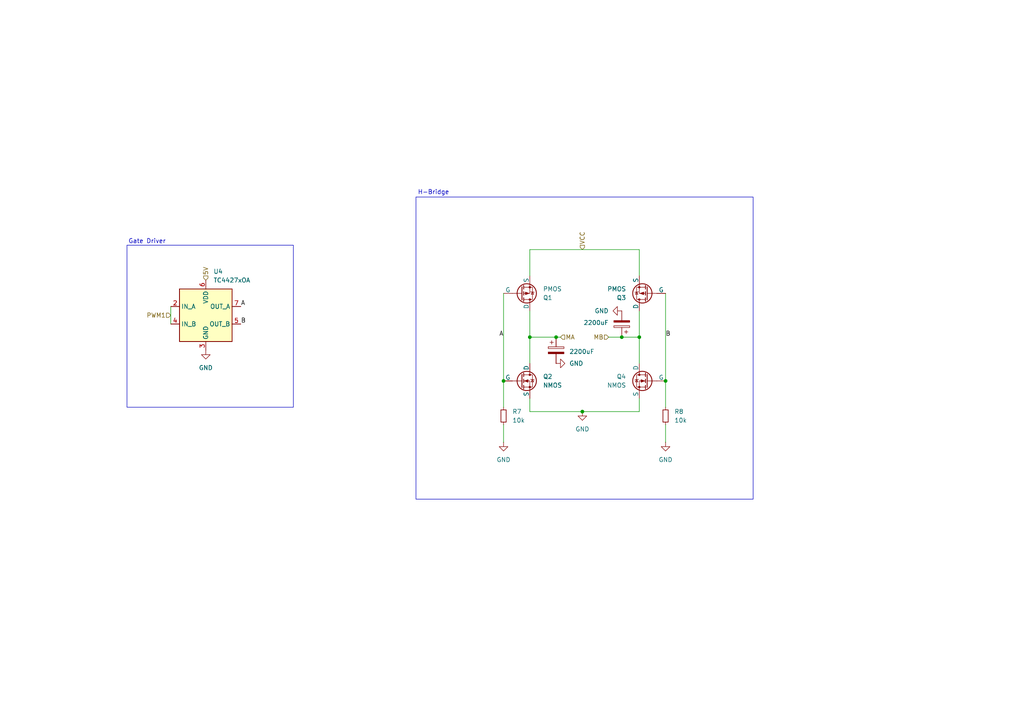
<source format=kicad_sch>
(kicad_sch (version 20231120) (generator "eeschema") (generator_version "8.0")
  (paper "A4")
  (lib_symbols
    (symbol "Device:C_Polarized" (pin_numbers hide) (pin_names (offset 0.254))
      (property "Reference" "C" (at 0.635 2.54 0))
      (property "Value" "C_Polarized" (at 0.635 -2.54 0))
      (symbol "C_Polarized_0_1"
        (rectangle (start -2.286 0.508) (end 2.286 1.016))
        (polyline (pts (xy -1.778 2.286) (xy -0.762 2.286)))
        (polyline (pts (xy -1.27 2.794) (xy -1.27 1.778)))
        (rectangle (start 2.286 -0.508) (end -2.286 -1.016) (fill (type outline)))
      )
      (symbol "C_Polarized_1_1"
        (pin passive line (at 0 3.81 270) (length 2.794) (name "~") (number "1"))
        (pin passive line (at 0 -3.81 90) (length 2.794) (name "~") (number "2"))
      )
    )
    (symbol "Device:R_Small" (pin_numbers hide) (pin_names (offset 0.254) hide)
      (property "Reference" "R" (at 0.762 0.508 0))
      (property "Value" "R_Small" (at 0.762 -1.016 0))
      (symbol "R_Small_0_1"
        (rectangle (start -0.762 1.778) (end 0.762 -1.778) (stroke (width 0.2032)))
      )
      (symbol "R_Small_1_1"
        (pin passive line (at 0 2.54 270) (length 0.762) (name "~") (number "1"))
        (pin passive line (at 0 -2.54 90) (length 0.762) (name "~") (number "2"))
      )
    )
    (symbol "Driver_FET:TC4427xOA"
      (property "Reference" "U" (at -7.62 8.89 0))
      (property "Value" "TC4427xOA" (at 1.27 8.89 0))
      (symbol "TC4427xOA_0_1"
        (rectangle (start -7.62 -7.62) (end 7.62 7.62) (stroke (width 0.254)) (fill (type background)))
      )
      (symbol "TC4427xOA_1_1"
        (pin no_connect line (at -7.62 0 0) (length 2.54) hide (name "NC") (number "1"))
        (pin input line (at -10.16 2.54 0) (length 2.54) (name "IN_A") (number "2"))
        (pin power_in line (at 0 -10.16 90) (length 2.54) (name "GND") (number "3"))
        (pin input line (at -10.16 -2.54 0) (length 2.54) (name "IN_B") (number "4"))
        (pin output line (at 10.16 -2.54 180) (length 2.54) (name "OUT_B") (number "5"))
        (pin power_in line (at 0 10.16 270) (length 2.54) (name "VDD") (number "6"))
        (pin output line (at 10.16 2.54 180) (length 2.54) (name "OUT_A") (number "7"))
        (pin no_connect line (at 7.62 0 180) (length 2.54) hide (name "NC") (number "8"))
      )
    )
    (symbol "Simulation_SPICE:NMOS" (pin_numbers hide) (pin_names (offset 0))
      (property "Reference" "Q" (at 5.08 1.27 0))
      (property "Value" "NMOS" (at 5.08 -1.27 0))
      (symbol "NMOS_0_1"
        (polyline (pts (xy 0.254 0) (xy -2.54 0)))
        (polyline (pts (xy 0.254 1.905) (xy 0.254 -1.905)) (stroke (width 0.254)))
        (polyline (pts (xy 0.762 -1.27) (xy 0.762 -2.286)) (stroke (width 0.254)))
        (polyline (pts (xy 0.762 0.508) (xy 0.762 -0.508)) (stroke (width 0.254)))
        (polyline (pts (xy 0.762 2.286) (xy 0.762 1.27)) (stroke (width 0.254)))
        (polyline (pts (xy 2.54 2.54) (xy 2.54 1.778)))
        (polyline (pts (xy 2.54 -2.54) (xy 2.54 0) (xy 0.762 0)))
        (polyline (pts (xy 0.762 -1.778) (xy 3.302 -1.778) (xy 3.302 1.778) (xy 0.762 1.778)))
        (polyline (pts (xy 1.016 0) (xy 2.032 0.381) (xy 2.032 -0.381) (xy 1.016 0)) (fill (type outline)))
        (polyline (pts (xy 2.794 0.508) (xy 2.921 0.381) (xy 3.683 0.381) (xy 3.81 0.254)))
        (polyline (pts (xy 3.302 0.381) (xy 2.921 -0.254) (xy 3.683 -0.254) (xy 3.302 0.381)))
        (circle (center 1.651 0) (radius 2.794) (stroke (width 0.254)))
        (circle (center 2.54 -1.778) (radius 0.254) (fill (type outline)))
        (circle (center 2.54 1.778) (radius 0.254) (fill (type outline)))
      )
      (symbol "NMOS_1_1"
        (pin passive line (at 2.54 5.08 270) (length 2.54) (name "D") (number "1"))
        (pin input line (at -5.08 0 0) (length 2.54) (name "G") (number "2"))
        (pin passive line (at 2.54 -5.08 90) (length 2.54) (name "S") (number "3"))
      )
    )
    (symbol "Simulation_SPICE:PMOS" (pin_numbers hide) (pin_names (offset 0))
      (property "Reference" "Q" (at 5.08 1.27 0))
      (property "Value" "PMOS" (at 5.08 -1.27 0))
      (symbol "PMOS_0_1"
        (polyline (pts (xy 0.254 0) (xy -2.54 0)))
        (polyline (pts (xy 0.254 1.905) (xy 0.254 -1.905)) (stroke (width 0.254)))
        (polyline (pts (xy 0.762 -1.27) (xy 0.762 -2.286)) (stroke (width 0.254)))
        (polyline (pts (xy 0.762 0.508) (xy 0.762 -0.508)) (stroke (width 0.254)))
        (polyline (pts (xy 0.762 2.286) (xy 0.762 1.27)) (stroke (width 0.254)))
        (polyline (pts (xy 2.54 2.54) (xy 2.54 1.778)))
        (polyline (pts (xy 2.54 -2.54) (xy 2.54 0) (xy 0.762 0)))
        (polyline (pts (xy 0.762 1.778) (xy 3.302 1.778) (xy 3.302 -1.778) (xy 0.762 -1.778)))
        (polyline (pts (xy 2.286 0) (xy 1.27 0.381) (xy 1.27 -0.381) (xy 2.286 0)) (fill (type outline)))
        (polyline (pts (xy 2.794 -0.508) (xy 2.921 -0.381) (xy 3.683 -0.381) (xy 3.81 -0.254)))
        (polyline (pts (xy 3.302 -0.381) (xy 2.921 0.254) (xy 3.683 0.254) (xy 3.302 -0.381)))
        (circle (center 1.651 0) (radius 2.794) (stroke (width 0.254)))
        (circle (center 2.54 -1.778) (radius 0.254) (fill (type outline)))
        (circle (center 2.54 1.778) (radius 0.254) (fill (type outline)))
      )
      (symbol "PMOS_1_1"
        (pin passive line (at 2.54 5.08 270) (length 2.54) (name "D") (number "1"))
        (pin input line (at -5.08 0 0) (length 2.54) (name "G") (number "2"))
        (pin passive line (at 2.54 -5.08 90) (length 2.54) (name "S") (number "3"))
      )
    )
    (symbol "power:GND" (power) (pin_numbers hide) (pin_names (offset 0) hide)
      (property "Value" "GND" (at 0 -3.81 0))
      (symbol "GND_0_1"
        (polyline (pts (xy 0 0) (xy 0 -1.27) (xy 1.27 -1.27) (xy 0 -2.54) (xy -1.27 -1.27) (xy 0 -1.27)))
      )
      (symbol "GND_1_1"
        (pin power_in line (at 0 0 270) (length 0) (name "~") (number "1"))
      )
    )
  )
  (junction (at 185.42 97.79))
  (junction (at 146.05 110.49))
  (junction (at 153.67 97.79))
  (junction (at 161.29 97.79))
  (junction (at 180.34 97.79))
  (junction (at 193.04 110.49))
  (junction (at 168.91 119.38))
  (wire (pts (xy 185.42 90.17) (xy 185.42 97.79)))
  (wire (pts (xy 153.67 80.01) (xy 153.67 72.39)))
  (wire (pts (xy 153.67 97.79) (xy 161.29 97.79)))
  (wire (pts (xy 146.05 110.49) (xy 146.05 118.11)))
  (wire (pts (xy 176.53 97.79) (xy 180.34 97.79)))
  (wire (pts (xy 153.67 115.57) (xy 153.67 119.38)))
  (wire (pts (xy 193.04 110.49) (xy 193.04 118.11)))
  (wire (pts (xy 146.05 123.19) (xy 146.05 128.27)))
  (wire (pts (xy 185.42 97.79) (xy 185.42 105.41)))
  (wire (pts (xy 193.04 123.19) (xy 193.04 128.27)))
  (wire (pts (xy 49.53 88.9) (xy 49.53 93.98)))
  (wire (pts (xy 193.04 85.09) (xy 193.04 110.49)))
  (wire (pts (xy 153.67 97.79) (xy 153.67 105.41)))
  (wire (pts (xy 185.42 80.01) (xy 185.42 72.39)))
  (wire (pts (xy 146.05 85.09) (xy 146.05 110.49)))
  (wire (pts (xy 153.67 119.38) (xy 168.91 119.38)))
  (wire (pts (xy 180.34 97.79) (xy 185.42 97.79)))
  (wire (pts (xy 161.29 97.79) (xy 162.56 97.79)))
  (wire (pts (xy 185.42 115.57) (xy 185.42 119.38)))
  (wire (pts (xy 153.67 90.17) (xy 153.67 97.79)))
  (wire (pts (xy 153.67 72.39) (xy 185.42 72.39)))
  (wire (pts (xy 168.91 119.38) (xy 185.42 119.38)))
  (rectangle (start 120.65 57.15) (end 218.44 144.78))
  (rectangle (start 36.83 71.12) (end 85.09 118.11))
  (text "H-Bridge" (at 125.73 55.88 0) (effects (font (size 1.27 1.27))))
  (text "Gate Driver" (at 42.672 70.104 0) (effects (font (size 1.27 1.27))))
  (label "A" (at 146.05 97.79 180))
  (label "B" (at 69.85 93.98 0))
  (label "B" (at 193.04 97.79 0))
  (label "A" (at 69.85 88.9 0))
  (hierarchical_label "PWM1" (shape input) (at 49.53 91.44 180))
  (hierarchical_label "5V" (shape input) (at 59.69 81.28 90))
  (hierarchical_label "MA" (shape input) (at 162.56 97.79 0))
  (hierarchical_label "MB" (shape input) (at 176.53 97.79 180))
  (hierarchical_label "VCC" (shape input) (at 168.91 72.39 90))
  (symbol (lib_id "power:GND") (at 161.29 105.41 90) (unit 1)
    (property "Reference" "#PWR30" (effects (hide yes)))
    (property "Value" "GND" (at 165.1 105.4099 90) (effects (justify right)))
    (property "Description" "Power symbol creates a global label with name \"GND\" , ground" (effects (hide yes)))
    (instances (project "BDC_CAN" (path "" (reference "#PWR30") (unit 1)) (path "" (reference "#PWR31") (unit 1))))
  )
  (symbol (lib_id "Driver_FET:TC4427xOA") (at 59.69 91.44 0) (unit 1)
    (property "Reference" "U4" (at 61.8841 78.74 0) (effects (justify left)))
    (property "Value" "TC4427xOA" (at 61.8841 81.28 0) (effects (justify left)))
    (property "Footprint" "Package_SO:SOIC-8_3.9x4.9mm_P1.27mm" (effects (hide yes)))
    (property "Datasheet" "https://ww1.microchip.com/downloads/en/DeviceDoc/20001422G.pdf" (effects (hide yes)))
    (property "Description" "1.5A Dual High-Speed Power MOSFET Drivers, 4.5...18V supply, TTL/CMOS compatible inputs, non-inverting drivers, SOIC-8" (effects (hide yes)))
    (instances (project "" (path "" (reference "U4") (unit 1)) (path "" (reference "U6") (unit 1))))
  )
  (symbol (lib_id "power:GND") (at 146.05 128.27 0) (unit 1)
    (property "Reference" "#PWR22" (effects (hide yes)))
    (property "Value" "GND" (at 146.05 133.35 0))
    (property "Description" "Power symbol creates a global label with name \"GND\" , ground" (effects (hide yes)))
    (instances (project "" (path "" (reference "#PWR22") (unit 1)) (path "" (reference "#PWR27") (unit 1))))
  )
  (symbol (lib_id "power:GND") (at 59.69 101.6 0) (unit 1)
    (property "Reference" "#PWR21" (effects (hide yes)))
    (property "Value" "GND" (at 59.69 106.68 0))
    (property "Description" "Power symbol creates a global label with name \"GND\" , ground" (effects (hide yes)))
    (instances (project "" (path "" (reference "#PWR21") (unit 1)) (path "" (reference "#PWR26") (unit 1))))
  )
  (symbol (lib_id "Device:C_Polarized") (at 180.34 93.98 180) (unit 1)
    (property "Reference" "C16" (effects (hide yes)))
    (property "Value" "2200uF" (at 176.53 93.5991 0) (effects (justify left)))
    (property "Footprint" "Capacitor_SMD:CP_Elec_5x5.4" (effects (hide yes)))
    (property "Description" "Polarized capacitor" (effects (hide yes)))
    (instances (project "BDC_CAN" (path "" (reference "C16") (unit 1)) (path "" (reference "C17") (unit 1))))
  )
  (symbol (lib_id "power:GND") (at 180.34 90.17 270) (unit 1)
    (property "Reference" "#PWR32" (effects (hide yes)))
    (property "Value" "GND" (at 176.53 90.1701 90) (effects (justify right)))
    (property "Description" "Power symbol creates a global label with name \"GND\" , ground" (effects (hide yes)))
    (instances (project "BDC_CAN" (path "" (reference "#PWR32") (unit 1)) (path "" (reference "#PWR33") (unit 1))))
  )
  (symbol (lib_id "Simulation_SPICE:NMOS") (at 187.96 110.49 0) (mirror y) (unit 1)
    (property "Reference" "Q4" (at 181.61 109.2199 0) (effects (justify left)))
    (property "Value" "NMOS" (at 181.61 111.7599 0) (effects (justify left)))
    (property "Footprint" "Package_TO_SOT_THT:TO-220-3_Horizontal_TabDown" (effects (hide yes)))
    (property "Datasheet" "https://ngspice.sourceforge.io/docs/ngspice-html-manual/manual.xhtml#cha_MOSFETs" (effects (hide yes)))
    (property "Description" "N-MOSFET transistor, drain/source/gate" (effects (hide yes)))
    (property "Sim.Device" "NMOS" (effects (hide yes)))
    (property "Sim.Type" "VDMOS" (effects (hide yes)))
    (property "Sim.Pins" "1=D 2=G 3=S" (effects (hide yes)))
    (instances (project "BDC_CAN" (path "" (reference "Q4") (unit 1)) (path "" (reference "Q8") (unit 1))))
  )
  (symbol (lib_id "Device:R_Small") (at 146.05 120.65 180) (unit 1)
    (property "Reference" "R7" (at 148.59 119.3799 0) (effects (justify right)))
    (property "Value" "10k" (at 148.59 121.9199 0) (effects (justify right)))
    (property "Footprint" "Resistor_SMD:R_0603_1608Metric" (effects (hide yes)))
    (property "Description" "Resistor, small symbol" (effects (hide yes)))
    (instances (project "" (path "" (reference "R7") (unit 1)) (path "" (reference "R9") (unit 1))))
  )
  (symbol (lib_id "Device:C_Polarized") (at 161.29 101.6 0) (unit 1)
    (property "Reference" "C14" (effects (hide yes)))
    (property "Value" "2200uF" (at 165.1 101.9809 0) (effects (justify left)))
    (property "Footprint" "Capacitor_SMD:CP_Elec_5x5.4" (effects (hide yes)))
    (property "Description" "Polarized capacitor" (effects (hide yes)))
    (instances (project "" (path "" (reference "C14") (unit 1)) (path "" (reference "C15") (unit 1))))
  )
  (symbol (lib_id "power:GND") (at 168.91 119.38 0) (unit 1)
    (property "Reference" "#PWR23" (effects (hide yes)))
    (property "Value" "GND" (at 168.91 124.46 0))
    (property "Description" "Power symbol creates a global label with name \"GND\" , ground" (effects (hide yes)))
    (instances (project "BDC_CAN" (path "" (reference "#PWR23") (unit 1)) (path "" (reference "#PWR28") (unit 1))))
  )
  (symbol (lib_id "Simulation_SPICE:NMOS") (at 151.13 110.49 0) (unit 1)
    (property "Reference" "Q2" (at 157.48 109.2199 0) (effects (justify left)))
    (property "Value" "NMOS" (at 157.48 111.7599 0) (effects (justify left)))
    (property "Footprint" "Package_TO_SOT_THT:TO-220-3_Horizontal_TabDown" (effects (hide yes)))
    (property "Datasheet" "https://ngspice.sourceforge.io/docs/ngspice-html-manual/manual.xhtml#cha_MOSFETs" (effects (hide yes)))
    (property "Description" "N-MOSFET transistor, drain/source/gate" (effects (hide yes)))
    (property "Sim.Device" "NMOS" (effects (hide yes)))
    (property "Sim.Type" "VDMOS" (effects (hide yes)))
    (property "Sim.Pins" "1=D 2=G 3=S" (effects (hide yes)))
    (instances (project "" (path "" (reference "Q2") (unit 1)) (path "" (reference "Q6") (unit 1))))
  )
  (symbol (lib_id "power:GND") (at 193.04 128.27 0) (unit 1)
    (property "Reference" "#PWR24" (effects (hide yes)))
    (property "Value" "GND" (at 193.04 133.35 0))
    (property "Description" "Power symbol creates a global label with name \"GND\" , ground" (effects (hide yes)))
    (instances (project "BDC_CAN" (path "" (reference "#PWR24") (unit 1)) (path "" (reference "#PWR29") (unit 1))))
  )
  (symbol (lib_id "Device:R_Small") (at 193.04 120.65 0) (unit 1)
    (property "Reference" "R8" (at 195.58 119.3799 0) (effects (justify left)))
    (property "Value" "10k" (at 195.58 121.9199 0) (effects (justify left)))
    (property "Footprint" "Resistor_SMD:R_0603_1608Metric" (effects (hide yes)))
    (property "Description" "Resistor, small symbol" (effects (hide yes)))
    (instances (project "BDC_CAN" (path "" (reference "R8") (unit 1)) (path "" (reference "R10") (unit 1))))
  )
  (symbol (lib_id "Simulation_SPICE:PMOS") (at 151.13 85.09 0) (mirror x) (unit 1)
    (property "Reference" "Q1" (at 157.48 86.3601 0) (effects (justify left)))
    (property "Value" "PMOS" (at 157.48 83.8201 0) (effects (justify left)))
    (property "Footprint" "Package_TO_SOT_THT:TO-220-3_Horizontal_TabDown" (effects (hide yes)))
    (property "Datasheet" "https://ngspice.sourceforge.io/docs/ngspice-html-manual/manual.xhtml#cha_MOSFETs" (effects (hide yes)))
    (property "Description" "P-MOSFET transistor, drain/source/gate" (effects (hide yes)))
    (property "Sim.Device" "PMOS" (effects (hide yes)))
    (property "Sim.Type" "VDMOS" (effects (hide yes)))
    (property "Sim.Pins" "1=D 2=G 3=S" (effects (hide yes)))
    (instances (project "" (path "" (reference "Q1") (unit 1)) (path "" (reference "Q5") (unit 1))))
  )
  (symbol (lib_id "Simulation_SPICE:PMOS") (at 187.96 85.09 180) (unit 1)
    (property "Reference" "Q3" (at 181.61 86.3601 0) (effects (justify left)))
    (property "Value" "PMOS" (at 181.61 83.8201 0) (effects (justify left)))
    (property "Footprint" "Package_TO_SOT_THT:TO-220-3_Horizontal_TabDown" (effects (hide yes)))
    (property "Datasheet" "https://ngspice.sourceforge.io/docs/ngspice-html-manual/manual.xhtml#cha_MOSFETs" (effects (hide yes)))
    (property "Description" "P-MOSFET transistor, drain/source/gate" (effects (hide yes)))
    (property "Sim.Device" "PMOS" (effects (hide yes)))
    (property "Sim.Type" "VDMOS" (effects (hide yes)))
    (property "Sim.Pins" "1=D 2=G 3=S" (effects (hide yes)))
    (instances (project "BDC_CAN" (path "" (reference "Q3") (unit 1)) (path "" (reference "Q7") (unit 1))))
  )
)
</source>
